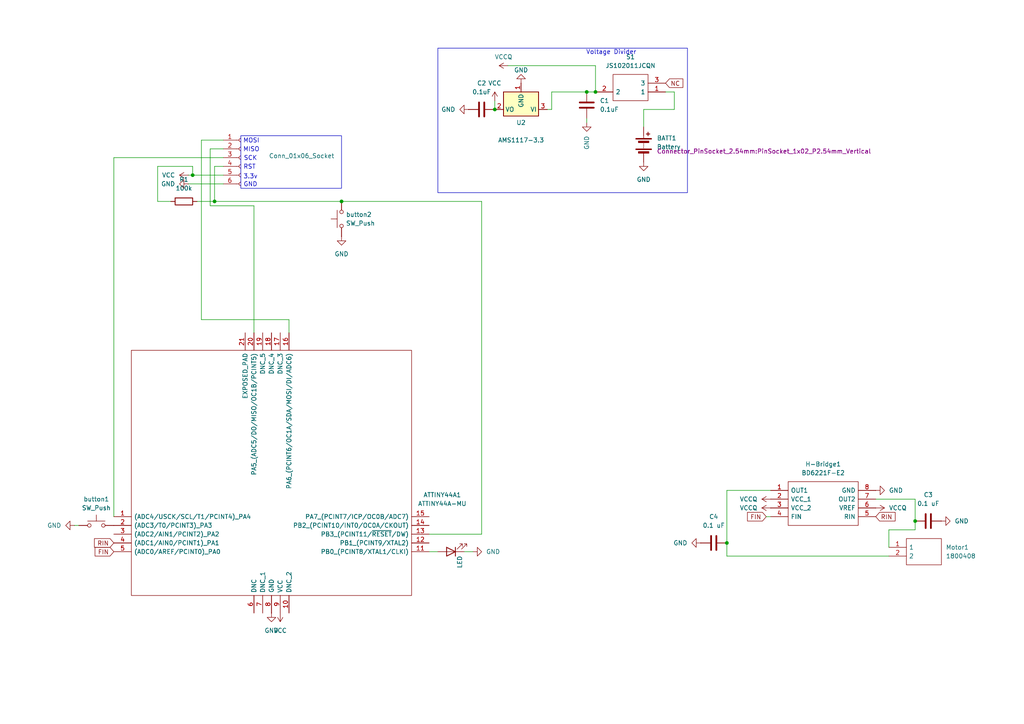
<source format=kicad_sch>
(kicad_sch (version 20231120) (generator "eeschema") (generator_version "8.0")
  (paper "A4")
  (lib_symbols
    (symbol "Connector:Conn_01x06_Socket" (pin_names (offset 1.016) hide)
      (property "Reference" "J" (at 0 7.62 0))
      (property "Value" "Conn_01x06_Socket" (at 0 -10.16 0))
      (symbol "Conn_01x06_Socket_1_1"
        (arc (start 0 -7.112) (mid -0.5058 -7.62) (end 0 -8.128) (stroke (width 0.1524)))
        (arc (start 0 -4.572) (mid -0.5058 -5.08) (end 0 -5.588) (stroke (width 0.1524)))
        (arc (start 0 -2.032) (mid -0.5058 -2.54) (end 0 -3.048) (stroke (width 0.1524)))
        (polyline (pts (xy -1.27 -7.62) (xy -0.508 -7.62)) (stroke (width 0.1524)))
        (polyline (pts (xy -1.27 -5.08) (xy -0.508 -5.08)) (stroke (width 0.1524)))
        (polyline (pts (xy -1.27 -2.54) (xy -0.508 -2.54)) (stroke (width 0.1524)))
        (polyline (pts (xy -1.27 0) (xy -0.508 0)) (stroke (width 0.1524)))
        (polyline (pts (xy -1.27 2.54) (xy -0.508 2.54)) (stroke (width 0.1524)))
        (polyline (pts (xy -1.27 5.08) (xy -0.508 5.08)) (stroke (width 0.1524)))
        (arc (start 0 0.508) (mid -0.5058 0) (end 0 -0.508) (stroke (width 0.1524)))
        (arc (start 0 3.048) (mid -0.5058 2.54) (end 0 2.032) (stroke (width 0.1524)))
        (arc (start 0 5.588) (mid -0.5058 5.08) (end 0 4.572) (stroke (width 0.1524)))
        (pin passive line (at -5.08 5.08 0) (length 3.81) (name "Pin_1") (number "1"))
        (pin passive line (at -5.08 2.54 0) (length 3.81) (name "Pin_2") (number "2"))
        (pin passive line (at -5.08 0 0) (length 3.81) (name "Pin_3") (number "3"))
        (pin passive line (at -5.08 -2.54 0) (length 3.81) (name "Pin_4") (number "4"))
        (pin passive line (at -5.08 -5.08 0) (length 3.81) (name "Pin_5") (number "5"))
        (pin passive line (at -5.08 -7.62 0) (length 3.81) (name "Pin_6") (number "6"))
      )
    )
    (symbol "CustomParts:1800408" (pin_names (offset 0.762))
      (property "Reference" "J" (at 16.51 7.62 0))
      (property "Value" "1800408" (at 16.51 5.08 0))
      (symbol "1800408_0_0"
        (pin passive line (at 0 0 0) (length 5.08) (name "1") (number "1"))
        (pin passive line (at 0 -2.54 0) (length 5.08) (name "2") (number "2"))
      )
      (symbol "1800408_0_1"
        (polyline (pts (xy 5.08 2.54) (xy 15.24 2.54) (xy 15.24 -5.08) (xy 5.08 -5.08) (xy 5.08 2.54)) (stroke (width 0.1524)))
      )
    )
    (symbol "CustomParts:ATTINY44A-MU" (pin_names (offset 0.762))
      (property "Reference" "IC" (at 87.63 53.34 0))
      (property "Value" "ATTINY44A-MU" (at 87.63 50.8 0))
      (symbol "ATTINY44A-MU_0_0"
        (pin input line (at 0 0 0) (length 5.08) (name "(ADC4/USCK/SCL/T1/PCINT4)_PA4") (number "1"))
        (pin passive line (at 50.8 -27.94 90) (length 5.08) (name "DNC_2") (number "10"))
        (pin input line (at 91.44 -10.16 180) (length 5.08) (name "PB0_(PCINT8/XTAL1/CLKI)") (number "11"))
        (pin input line (at 91.44 -7.62 180) (length 5.08) (name "PB1_(PCINT9/XTAL2)") (number "12"))
        (pin input line (at 91.44 -5.08 180) (length 5.08) (name "PB3_(PCINT11/~{RESET}/DW)") (number "13"))
        (pin output line (at 91.44 -2.54 180) (length 5.08) (name "PB2_(PCINT10/INT0/OC0A/CKOUT)") (number "14"))
        (pin input line (at 91.44 0 180) (length 5.08) (name "PA7_(PCINT7/ICP/OC0B/ADC7)") (number "15"))
        (pin input line (at 50.8 53.34 270) (length 5.08) (name "PA6_(PCINT6/OC1A/SDA/MOSI/DI/ADC6)") (number "16"))
        (pin passive line (at 48.26 53.34 270) (length 5.08) (name "DNC_3") (number "17"))
        (pin passive line (at 45.72 53.34 270) (length 5.08) (name "DNC_4") (number "18"))
        (pin passive line (at 43.18 53.34 270) (length 5.08) (name "DNC_5") (number "19"))
        (pin input line (at 0 -2.54 0) (length 5.08) (name "(ADC3/T0/PCINT3)_PA3") (number "2"))
        (pin input line (at 40.64 53.34 270) (length 5.08) (name "PA5_(ADC5/DO/MISO/OC1B/PCINT5)") (number "20"))
        (pin passive line (at 38.1 53.34 270) (length 5.08) (name "EXPOSED_PAD") (number "21"))
        (pin input line (at 0 -5.08 0) (length 5.08) (name "(ADC2/AIN1/PCINT2)_PA2") (number "3"))
        (pin input line (at 0 -7.62 0) (length 5.08) (name "(ADC1/AIN0/PCINT1)_PA1") (number "4"))
        (pin input line (at 0 -10.16 0) (length 5.08) (name "(ADC0/AREF/PCINT0)_PA0") (number "5"))
        (pin passive line (at 40.64 -27.94 90) (length 5.08) (name "DNC") (number "6"))
        (pin passive line (at 43.18 -27.94 90) (length 5.08) (name "DNC_1") (number "7"))
        (pin power_in line (at 45.72 -27.94 90) (length 5.08) (name "GND") (number "8"))
        (pin power_in line (at 48.26 -27.94 90) (length 5.08) (name "VCC") (number "9"))
      )
      (symbol "ATTINY44A-MU_0_1"
        (polyline (pts (xy 5.08 48.26) (xy 86.36 48.26) (xy 86.36 -22.86) (xy 5.08 -22.86) (xy 5.08 48.26)) (stroke (width 0.1524)))
      )
    )
    (symbol "CustomParts:BD6221F-E2" (pin_names (offset 0.762))
      (property "Reference" "IC" (at 26.67 7.62 0))
      (property "Value" "BD6221F-E2" (at 26.67 5.08 0))
      (symbol "BD6221F-E2_0_0"
        (pin passive line (at 0 0 0) (length 5.08) (name "OUT1") (number "1"))
        (pin passive line (at 0 -2.54 0) (length 5.08) (name "VCC_1") (number "2"))
        (pin passive line (at 0 -5.08 0) (length 5.08) (name "VCC_2") (number "3"))
        (pin passive line (at 0 -7.62 0) (length 5.08) (name "FIN") (number "4"))
        (pin passive line (at 30.48 -7.62 180) (length 5.08) (name "RIN") (number "5"))
        (pin passive line (at 30.48 -5.08 180) (length 5.08) (name "VREF") (number "6"))
        (pin passive line (at 30.48 -2.54 180) (length 5.08) (name "OUT2") (number "7"))
        (pin passive line (at 30.48 0 180) (length 5.08) (name "GND") (number "8"))
      )
      (symbol "BD6221F-E2_0_1"
        (polyline (pts (xy 5.08 2.54) (xy 25.4 2.54) (xy 25.4 -10.16) (xy 5.08 -10.16) (xy 5.08 2.54)) (stroke (width 0.1524)))
      )
    )
    (symbol "CustomParts:JS102011JCQN" (pin_names (offset 0.762))
      (property "Reference" "S" (at 16.51 7.62 0))
      (property "Value" "JS102011JCQN" (at 16.51 5.08 0))
      (symbol "JS102011JCQN_0_0"
        (pin passive line (at 0 0 0) (length 5.08) (name "1") (number "1"))
        (pin passive line (at 20.32 0 180) (length 5.08) (name "2") (number "2"))
        (pin passive line (at 0 -2.54 0) (length 5.08) (name "3") (number "3"))
      )
      (symbol "JS102011JCQN_0_1"
        (polyline (pts (xy 5.08 2.54) (xy 15.24 2.54) (xy 15.24 -5.08) (xy 5.08 -5.08) (xy 5.08 2.54)) (stroke (width 0.1524)))
      )
    )
    (symbol "Device:Battery" (pin_numbers hide) (pin_names (offset 0) hide)
      (property "Reference" "BT" (at 2.54 2.54 0))
      (property "Value" "Battery" (at 2.54 0 0))
      (symbol "Battery_0_1"
        (rectangle (start -2.286 -1.27) (end 2.286 -1.524) (fill (type outline)))
        (rectangle (start -2.286 1.778) (end 2.286 1.524) (fill (type outline)))
        (rectangle (start -1.524 -2.032) (end 1.524 -2.54) (fill (type outline)))
        (rectangle (start -1.524 1.016) (end 1.524 0.508) (fill (type outline)))
        (polyline (pts (xy 0 -1.016) (xy 0 -0.762)))
        (polyline (pts (xy 0 -0.508) (xy 0 -0.254)))
        (polyline (pts (xy 0 0) (xy 0 0.254)))
        (polyline (pts (xy 0 1.778) (xy 0 2.54)))
        (polyline (pts (xy 0.762 3.048) (xy 1.778 3.048)) (stroke (width 0.254)))
        (polyline (pts (xy 1.27 3.556) (xy 1.27 2.54)) (stroke (width 0.254)))
      )
      (symbol "Battery_1_1"
        (pin passive line (at 0 5.08 270) (length 2.54) (name "+") (number "1"))
        (pin passive line (at 0 -5.08 90) (length 2.54) (name "-") (number "2"))
      )
    )
    (symbol "Device:C" (pin_numbers hide) (pin_names (offset 0.254))
      (property "Reference" "C" (at 0.635 2.54 0))
      (property "Value" "C" (at 0.635 -2.54 0))
      (symbol "C_0_1"
        (polyline (pts (xy -2.032 -0.762) (xy 2.032 -0.762)) (stroke (width 0.508)))
        (polyline (pts (xy -2.032 0.762) (xy 2.032 0.762)) (stroke (width 0.508)))
      )
      (symbol "C_1_1"
        (pin passive line (at 0 3.81 270) (length 2.794) (name "~") (number "1"))
        (pin passive line (at 0 -3.81 90) (length 2.794) (name "~") (number "2"))
      )
    )
    (symbol "Device:LED" (pin_numbers hide) (pin_names (offset 1.016) hide)
      (property "Reference" "D" (at 0 2.54 0))
      (property "Value" "LED" (at 0 -2.54 0))
      (symbol "LED_0_1"
        (polyline (pts (xy -1.27 -1.27) (xy -1.27 1.27)) (stroke (width 0.254)))
        (polyline (pts (xy -1.27 0) (xy 1.27 0)))
        (polyline (pts (xy 1.27 -1.27) (xy 1.27 1.27) (xy -1.27 0) (xy 1.27 -1.27)) (stroke (width 0.254)))
        (polyline (pts (xy -3.048 -0.762) (xy -4.572 -2.286) (xy -3.81 -2.286) (xy -4.572 -2.286) (xy -4.572 -1.524)))
        (polyline (pts (xy -1.778 -0.762) (xy -3.302 -2.286) (xy -2.54 -2.286) (xy -3.302 -2.286) (xy -3.302 -1.524)))
      )
      (symbol "LED_1_1"
        (pin passive line (at -3.81 0 0) (length 2.54) (name "K") (number "1"))
        (pin passive line (at 3.81 0 180) (length 2.54) (name "A") (number "2"))
      )
    )
    (symbol "Device:R" (pin_numbers hide) (pin_names (offset 0))
      (property "Reference" "R" (at 2.032 0 90))
      (property "Value" "R" (at 0 0 90))
      (symbol "R_0_1"
        (rectangle (start -1.016 -2.54) (end 1.016 2.54) (stroke (width 0.254)))
      )
      (symbol "R_1_1"
        (pin passive line (at 0 3.81 270) (length 1.27) (name "~") (number "1"))
        (pin passive line (at 0 -3.81 90) (length 1.27) (name "~") (number "2"))
      )
    )
    (symbol "Regulator_Linear:AMS1117-3.3"
      (property "Reference" "U" (at -3.81 3.175 0))
      (property "Value" "AMS1117-3.3" (at 0 3.175 0))
      (symbol "AMS1117-3.3_0_1"
        (rectangle (start -5.08 -5.08) (end 5.08 1.905) (stroke (width 0.254)) (fill (type background)))
      )
      (symbol "AMS1117-3.3_1_1"
        (pin power_in line (at 0 -7.62 90) (length 2.54) (name "GND") (number "1"))
        (pin power_out line (at 7.62 0 180) (length 2.54) (name "VO") (number "2"))
        (pin power_in line (at -7.62 0 0) (length 2.54) (name "VI") (number "3"))
      )
    )
    (symbol "Switch:SW_Push" (pin_numbers hide) (pin_names (offset 1.016) hide)
      (property "Reference" "SW" (at 1.27 2.54 0))
      (property "Value" "SW_Push" (at 0 -1.524 0))
      (symbol "SW_Push_0_1"
        (circle (center -2.032 0) (radius 0.508))
        (polyline (pts (xy 0 1.27) (xy 0 3.048)))
        (polyline (pts (xy 2.54 1.27) (xy -2.54 1.27)))
        (circle (center 2.032 0) (radius 0.508))
        (pin passive line (at -5.08 0 0) (length 2.54) (name "1") (number "1"))
        (pin passive line (at 5.08 0 180) (length 2.54) (name "2") (number "2"))
      )
    )
    (symbol "power:GND" (power) (pin_numbers hide) (pin_names (offset 0) hide)
      (property "Value" "GND" (at 0 -3.81 0))
      (symbol "GND_0_1"
        (polyline (pts (xy 0 0) (xy 0 -1.27) (xy 1.27 -1.27) (xy 0 -2.54) (xy -1.27 -1.27) (xy 0 -1.27)))
      )
      (symbol "GND_1_1"
        (pin power_in line (at 0 0 270) (length 0) (name "~") (number "1"))
      )
    )
    (symbol "power:VCC" (power) (pin_numbers hide) (pin_names (offset 0) hide)
      (property "Value" "VCC" (at 0 3.556 0))
      (symbol "VCC_0_1"
        (polyline (pts (xy -0.762 1.27) (xy 0 2.54)))
        (polyline (pts (xy 0 0) (xy 0 2.54)))
        (polyline (pts (xy 0 2.54) (xy 0.762 1.27)))
      )
      (symbol "VCC_1_1"
        (pin power_in line (at 0 0 90) (length 0) (name "~") (number "1"))
      )
    )
    (symbol "power:VCCQ" (power) (pin_numbers hide) (pin_names (offset 0) hide)
      (property "Value" "VCCQ" (at 0 3.556 0))
      (symbol "VCCQ_0_1"
        (polyline (pts (xy -0.762 1.27) (xy 0 2.54)))
        (polyline (pts (xy 0 0) (xy 0 2.54)))
        (polyline (pts (xy 0 2.54) (xy 0.762 1.27)))
      )
      (symbol "VCCQ_1_1"
        (pin power_in line (at 0 0 90) (length 0) (name "~") (number "1"))
      )
    )
  )
  (junction (at 265.43 151.13))
  (junction (at 99.06 58.42))
  (junction (at 170.18 26.67))
  (junction (at 172.72 26.67))
  (junction (at 55.88 50.8))
  (junction (at 143.51 31.75))
  (junction (at 210.82 157.48))
  (junction (at 62.23 58.42))
  (wire (pts (xy 45.72 58.42) (xy 45.72 48.26)))
  (wire (pts (xy 139.7 58.42) (xy 99.06 58.42)))
  (wire (pts (xy 33.02 45.72) (xy 33.02 149.86)))
  (wire (pts (xy 195.58 26.67) (xy 193.04 26.67)))
  (wire (pts (xy 73.66 59.69) (xy 73.66 96.52)))
  (wire (pts (xy 62.23 48.26) (xy 64.77 48.26)))
  (wire (pts (xy 254 144.78) (xy 265.43 144.78)))
  (wire (pts (xy 73.66 59.69) (xy 60.96 59.69)))
  (wire (pts (xy 257.81 153.67) (xy 257.81 158.75)))
  (wire (pts (xy 134.62 160.02) (xy 137.16 160.02)))
  (wire (pts (xy 57.15 58.42) (xy 62.23 58.42)))
  (wire (pts (xy 210.82 142.24) (xy 210.82 157.48)))
  (wire (pts (xy 139.7 154.94) (xy 139.7 58.42)))
  (wire (pts (xy 265.43 153.67) (xy 265.43 151.13)))
  (wire (pts (xy 147.32 19.05) (xy 172.72 19.05)))
  (wire (pts (xy 210.82 161.29) (xy 257.81 161.29)))
  (wire (pts (xy 54.61 50.8) (xy 55.88 50.8)))
  (wire (pts (xy 99.06 58.42) (xy 62.23 58.42)))
  (wire (pts (xy 54.61 53.34) (xy 64.77 53.34)))
  (wire (pts (xy 139.7 154.94) (xy 124.46 154.94)))
  (wire (pts (xy 172.72 19.05) (xy 172.72 26.67)))
  (wire (pts (xy 45.72 48.26) (xy 55.88 48.26)))
  (wire (pts (xy 64.77 40.64) (xy 58.42 40.64)))
  (wire (pts (xy 58.42 40.64) (xy 58.42 92.71)))
  (wire (pts (xy 186.69 31.75) (xy 195.58 31.75)))
  (wire (pts (xy 158.75 31.75) (xy 160.02 31.75)))
  (wire (pts (xy 223.52 142.24) (xy 210.82 142.24)))
  (wire (pts (xy 55.88 50.8) (xy 64.77 50.8)))
  (wire (pts (xy 222.25 149.86) (xy 223.52 149.86)))
  (wire (pts (xy 55.88 48.26) (xy 55.88 50.8)))
  (wire (pts (xy 170.18 26.67) (xy 160.02 26.67)))
  (wire (pts (xy 33.02 45.72) (xy 64.77 45.72)))
  (wire (pts (xy 195.58 31.75) (xy 195.58 26.67)))
  (wire (pts (xy 58.42 92.71) (xy 83.82 92.71)))
  (wire (pts (xy 60.96 59.69) (xy 60.96 43.18)))
  (wire (pts (xy 60.96 43.18) (xy 64.77 43.18)))
  (wire (pts (xy 49.53 58.42) (xy 45.72 58.42)))
  (wire (pts (xy 172.72 26.67) (xy 170.18 26.67)))
  (wire (pts (xy 21.59 152.4) (xy 22.86 152.4)))
  (wire (pts (xy 124.46 160.02) (xy 127 160.02)))
  (wire (pts (xy 62.23 58.42) (xy 62.23 48.26)))
  (wire (pts (xy 265.43 144.78) (xy 265.43 151.13)))
  (wire (pts (xy 143.51 29.21) (xy 143.51 31.75)))
  (wire (pts (xy 257.81 153.67) (xy 265.43 153.67)))
  (wire (pts (xy 83.82 92.71) (xy 83.82 96.52)))
  (wire (pts (xy 160.02 26.67) (xy 160.02 31.75)))
  (wire (pts (xy 170.18 34.29) (xy 170.18 35.56)))
  (wire (pts (xy 186.69 36.83) (xy 186.69 31.75)))
  (wire (pts (xy 210.82 157.48) (xy 210.82 161.29)))
  (rectangle (start 69.85 39.37) (end 99.06 54.61))
  (rectangle (start 127 13.97) (end 199.39 55.88))
  (text "MOSI\n" (at 72.898 40.894 0) (effects (font (size 1.27 1.27))))
  (text "RST" (at 72.39 48.514 0) (effects (font (size 1.27 1.27))))
  (text "3.3v\n" (at 72.644 51.308 0) (effects (font (size 1.27 1.27))))
  (text "Voltage Divider" (at 177.292 15.24 0) (effects (font (size 1.27 1.27))))
  (text "GND\n" (at 72.644 53.594 0) (effects (font (size 1.27 1.27))))
  (text "MISO" (at 72.898 43.434 0) (effects (font (size 1.27 1.27))))
  (text "SCK" (at 72.644 45.974 0) (effects (font (size 1.27 1.27))))
  (global_label "RIN" (shape input) (at 33.02 157.48 180) (property "Intersheetrefs" "${INTERSHEET_REFS}" (effects (hide yes))))
  (global_label "FIN" (shape input) (at 33.02 160.02 180) (property "Intersheetrefs" "${INTERSHEET_REFS}" (effects (hide yes))))
  (global_label "NC" (shape input) (at 193.04 24.13 0) (property "Intersheetrefs" "${INTERSHEET_REFS}" (effects (hide yes))))
  (global_label "RIN" (shape input) (at 254 149.86 0) (property "Intersheetrefs" "${INTERSHEET_REFS}" (effects (hide yes))))
  (global_label "FIN" (shape input) (at 222.25 149.86 180) (property "Intersheetrefs" "${INTERSHEET_REFS}" (effects (hide yes))))
  (symbol (lib_id "Device:C") (at 170.18 30.48 0) (unit 1)
    (property "Reference" "C1" (at 173.99 29.2099 0) (effects (justify left)))
    (property "Value" "0.1uF" (at 173.99 31.7499 0) (effects (justify left)))
    (property "Footprint" "Capacitor_SMD:C_0805_2012Metric" (effects (hide yes)))
    (property "Description" "Unpolarized capacitor" (effects (hide yes)))
  )
  (symbol (lib_id "Switch:SW_Push") (at 27.94 152.4 0) (unit 1) (in_bom no)
    (property "Reference" "button1" (at 27.94 144.78 0))
    (property "Value" "SW_Push" (at 27.94 147.32 0))
    (property "Footprint" "Connector_PinSocket_2.54mm:PinSocket_1x02_P2.54mm_Vertical" (effects (hide yes)))
    (property "Description" "Push button switch, generic, two pins" (effects (hide yes)))
  )
  (symbol (lib_id "Device:R") (at 53.34 58.42 90) (unit 1)
    (property "Reference" "R1" (at 53.34 52.07 90))
    (property "Value" "100k" (at 53.34 54.61 90))
    (property "Footprint" "Capacitor_SMD:C_0402_1005Metric" (effects (hide yes)))
    (property "Description" "Resistor" (effects (hide yes)))
  )
  (symbol (lib_id "power:GND") (at 99.06 68.58 0) (unit 1)
    (property "Reference" "#PWR019" (effects (hide yes)))
    (property "Value" "GND" (at 99.06 73.66 0))
    (property "Description" "Power symbol creates a global label with name \"GND\" , ground" (effects (hide yes)))
  )
  (symbol (lib_id "power:GND") (at 151.13 24.13 180) (unit 1)
    (property "Reference" "#PWR015" (effects (hide yes)))
    (property "Value" "GND" (at 151.13 20.32 0))
    (property "Description" "Power symbol creates a global label with name \"GND\" , ground" (effects (hide yes)))
  )
  (symbol (lib_id "power:GND") (at 78.74 177.8 0) (unit 1)
    (property "Reference" "#PWR04" (effects (hide yes)))
    (property "Value" "GND" (at 78.74 182.88 0))
    (property "Description" "Power symbol creates a global label with name \"GND\" , ground" (effects (hide yes)))
  )
  (symbol (lib_id "Device:LED") (at 130.81 160.02 180) (unit 1)
    (property "Reference" "LED1" (effects (hide yes)))
    (property "Value" "LED" (at 133.35 164.846 90) (effects (justify right)))
    (property "Footprint" "CustomParts:Green led" (effects (hide yes)))
    (property "Description" "Light emitting diode" (effects (hide yes)))
  )
  (symbol (lib_id "Switch:SW_Push") (at 99.06 63.5 90) (unit 1) (in_bom no)
    (property "Reference" "button2" (at 100.33 62.2299 90) (effects (justify right)))
    (property "Value" "SW_Push" (at 100.33 64.7699 90) (effects (justify right)))
    (property "Footprint" "Button_Switch_THT:SW_PUSH_6mm" (effects (hide yes)))
    (property "Description" "Push button switch, generic, two pins" (effects (hide yes)))
  )
  (symbol (lib_id "CustomParts:JS102011JCQN") (at 193.04 26.67 180) (unit 1)
    (property "Reference" "S1" (at 182.88 16.51 0))
    (property "Value" "JS102011JCQN" (at 182.88 19.05 0))
    (property "Footprint" "JS102011JCQN" (effects (hide yes)))
    (property "Datasheet" "https://www.ckswitches.com/media/1422/js.pdf" (effects (hide yes)))
    (property "Description" "Slide Switches .3A 6VDC SPDT VERT MNT SMT J BEND" (effects (hide yes)))
    (property "Height" "3" (effects (hide yes)))
    (property "Mouser Part Number" "611-JS102011JCQN" (effects (hide yes)))
    (property "Mouser Price/Stock" "https://www.mouser.co.uk/ProductDetail/CK/JS102011JCQN?qs=74EMXstkWMWQs9mNwlyl0g%3D%3D" (effects (hide yes)))
    (property "Manufacturer_Name" "C & K COMPONENTS" (effects (hide yes)))
    (property "Manufacturer_Part_Number" "JS102011JCQN" (effects (hide yes)))
  )
  (symbol (lib_id "power:GND") (at 254 142.24 90) (unit 1)
    (property "Reference" "#PWR09" (effects (hide yes)))
    (property "Value" "GND" (at 257.81 142.2399 90) (effects (justify right)))
    (property "Description" "Power symbol creates a global label with name \"GND\" , ground" (effects (hide yes)))
  )
  (symbol (lib_id "power:VCC") (at 143.51 29.21 0) (unit 1)
    (property "Reference" "#PWR02" (effects (hide yes)))
    (property "Value" "VCC" (at 143.51 24.13 0))
    (property "Description" "Power symbol creates a global label with name \"VCC\"" (effects (hide yes)))
  )
  (symbol (lib_id "power:GND") (at 203.2 157.48 270) (unit 1)
    (property "Reference" "#PWR017" (effects (hide yes)))
    (property "Value" "GND" (at 199.39 157.4799 90) (effects (justify right)))
    (property "Description" "Power symbol creates a global label with name \"GND\" , ground" (effects (hide yes)))
  )
  (symbol (lib_id "CustomParts:ATTINY44A-MU") (at 33.02 149.86 0) (unit 1)
    (property "Reference" "ATTINY44A1" (at 128.27 143.5414 0))
    (property "Value" "ATTINY44A-MU" (at 128.27 146.0814 0))
    (property "Footprint" "CustomParts:ATTiny44a-MU" (effects (hide yes)))
    (property "Datasheet" "http://www.atmel.com/Images/doc8183.pdf" (effects (hide yes)))
    (property "Description" "ATTINY44A-MU, 8 bit AVR Microcontroller 20MHz 256 B, 4 kB Flash, 256 B RAM, I2C 20-Pin MLF" (effects (hide yes)))
    (property "Height" "0.8" (effects (hide yes)))
    (property "Manufacturer_Name" "Microchip" (effects (hide yes)))
    (property "Manufacturer_Part_Number" "ATTINY44A-MU" (effects (hide yes)))
    (property "Mouser Part Number" "556-ATTINY44A-MU" (effects (hide yes)))
    (property "Mouser Price/Stock" "https://www.mouser.co.uk/ProductDetail/Microchip-Technology/ATTINY44A-MU?qs=MCbhYIqTEtmCcSA5CYxDlQ%3D%3D" (effects (hide yes)))
    (property "Arrow Part Number" "ATTINY44A-MU" (effects (hide yes)))
    (property "Arrow Price/Stock" "https://www.arrow.com/en/products/attiny44a-mu/microchip-technology?region=europe" (effects (hide yes)))
  )
  (symbol (lib_id "power:GND") (at 21.59 152.4 270) (unit 1)
    (property "Reference" "#PWR014" (effects (hide yes)))
    (property "Value" "GND" (at 17.78 152.3999 90) (effects (justify right)))
    (property "Description" "Power symbol creates a global label with name \"GND\" , ground" (effects (hide yes)))
  )
  (symbol (lib_id "Device:C") (at 207.01 157.48 90) (unit 1)
    (property "Reference" "C4" (at 207.01 149.86 90))
    (property "Value" "0.1 uF" (at 207.01 152.4 90))
    (property "Footprint" "Capacitor_SMD:C_0805_2012Metric" (effects (hide yes)))
    (property "Description" "Unpolarized capacitor" (effects (hide yes)))
  )
  (symbol (lib_id "power:VCCQ") (at 223.52 144.78 90) (unit 1)
    (property "Reference" "#PWR07" (effects (hide yes)))
    (property "Value" "VCCQ" (at 219.71 144.7799 90) (effects (justify left)))
    (property "Description" "Power symbol creates a global label with name \"VCCQ\"" (effects (hide yes)))
  )
  (symbol (lib_id "CustomParts:1800408") (at 257.81 158.75 0) (unit 1)
    (property "Reference" "Motor1" (at 274.32 158.7499 0) (effects (justify left)))
    (property "Value" "1800408" (at 274.32 161.2899 0) (effects (justify left)))
    (property "Footprint" "Connector_PinSocket_2.54mm:PinSocket_1x02_P2.54mm_Vertical" (effects (hide yes)))
  )
  (symbol (lib_id "power:GND") (at 137.16 160.02 90) (unit 1)
    (property "Reference" "#PWR013" (effects (hide yes)))
    (property "Value" "GND" (at 140.97 160.0199 90) (effects (justify right)))
    (property "Description" "Power symbol creates a global label with name \"GND\" , ground" (effects (hide yes)))
  )
  (symbol (lib_id "power:GND") (at 54.61 53.34 270) (unit 1)
    (property "Reference" "#PWR011" (effects (hide yes)))
    (property "Value" "GND" (at 50.8 53.3399 90) (effects (justify right)))
    (property "Description" "Power symbol creates a global label with name \"GND\" , ground" (effects (hide yes)))
  )
  (symbol (lib_id "power:VCC") (at 81.28 177.8 180) (unit 1)
    (property "Reference" "#PWR03" (effects (hide yes)))
    (property "Value" "VCC" (at 81.28 182.88 0))
    (property "Description" "Power symbol creates a global label with name \"VCC\"" (effects (hide yes)))
  )
  (symbol (lib_id "Device:Battery") (at 186.69 41.91 0) (unit 1)
    (property "Reference" "BATT1" (at 190.5 40.0684 0) (effects (justify left)))
    (property "Value" "Battery" (at 190.5 42.6084 0) (effects (justify left)))
    (property "Footprint" "Connector_PinSocket_2.54mm:PinSocket_1x02_P2.54mm_Vertical" (at 190.5 43.8784 0) (effects (justify left)))
    (property "Description" "Multiple-cell battery" (effects (hide yes)))
  )
  (symbol (lib_id "power:VCCQ") (at 254 147.32 270) (unit 1)
    (property "Reference" "#PWR012" (effects (hide yes)))
    (property "Value" "VCCQ" (at 257.81 147.3199 90) (effects (justify left)))
    (property "Description" "Power symbol creates a global label with name \"VCCQ\"" (effects (hide yes)))
  )
  (symbol (lib_id "CustomParts:BD6221F-E2") (at 223.52 142.24 0) (unit 1) (in_bom no)
    (property "Reference" "H-Bridge1" (at 238.76 134.62 0))
    (property "Value" "BD6221F-E2" (at 238.76 137.16 0))
    (property "Footprint" "CustomParts:SOIC127P620X171-8N" (effects (hide yes)))
    (property "Datasheet" "https://componentsearchengine.com/Datasheets/2/BD6221F-E2.pdf" (effects (hide yes)))
    (property "Description" "H-bridge Driver 18V 1A Brush Motor SOP8 ROHM BD6221F-E2, Full Bridge Motor Driver Half-Bridge,, 8-Pin SOP" (effects (hide yes)))
    (property "Height" "1.71" (effects (hide yes)))
    (property "Mouser Part Number" "755-BD6221F-E2" (effects (hide yes)))
    (property "Mouser Price/Stock" "https://www.mouser.co.uk/ProductDetail/ROHM-Semiconductor/BD6221F-E2?qs=WqWCsLCZBkrh3y98hhYaPQ%3D%3D" (effects (hide yes)))
    (property "Manufacturer_Name" "ROHM Semiconductor" (effects (hide yes)))
    (property "Manufacturer_Part_Number" "BD6221F-E2" (effects (hide yes)))
  )
  (symbol (lib_id "Regulator_Linear:AMS1117-3.3") (at 151.13 31.75 180) (unit 1)
    (property "Reference" "U2" (at 151.13 35.56 0))
    (property "Value" "AMS1117-3.3" (at 151.13 40.64 0))
    (property "Footprint" "Package_TO_SOT_SMD:SOT-223-3_TabPin2" (effects (hide yes)))
    (property "Datasheet" "http://www.advanced-monolithic.com/pdf/ds1117.pdf" (effects (hide yes)))
    (property "Description" "1A Low Dropout regulator, positive, 3.3V fixed output, SOT-223" (effects (hide yes)))
  )
  (symbol (lib_id "power:GND") (at 170.18 35.56 0) (mirror y) (unit 1)
    (property "Reference" "#PWR016" (effects (hide yes)))
    (property "Value" "GND" (at 170.1801 39.37 90) (effects (justify right)))
    (property "Description" "Power symbol creates a global label with name \"GND\" , ground" (effects (hide yes)))
  )
  (symbol (lib_id "power:VCCQ") (at 223.52 147.32 90) (unit 1)
    (property "Reference" "#PWR08" (effects (hide yes)))
    (property "Value" "VCCQ" (at 219.71 147.3199 90) (effects (justify left)))
    (property "Description" "Power symbol creates a global label with name \"VCCQ\"" (effects (hide yes)))
  )
  (symbol (lib_id "power:GND") (at 186.69 46.99 0) (unit 1)
    (property "Reference" "#PWR01" (effects (hide yes)))
    (property "Value" "GND" (at 186.69 52.07 0))
    (property "Description" "Power symbol creates a global label with name \"GND\" , ground" (effects (hide yes)))
  )
  (symbol (lib_id "power:VCC") (at 54.61 50.8 90) (unit 1)
    (property "Reference" "#PWR010" (effects (hide yes)))
    (property "Value" "VCC" (at 50.8 50.7999 90) (effects (justify left)))
    (property "Description" "Power symbol creates a global label with name \"VCC\"" (effects (hide yes)))
  )
  (symbol (lib_id "Device:C") (at 269.24 151.13 90) (unit 1)
    (property "Reference" "C3" (at 269.24 143.51 90))
    (property "Value" "0.1 uF" (at 269.24 146.05 90))
    (property "Footprint" "Capacitor_SMD:C_0805_2012Metric" (effects (hide yes)))
    (property "Description" "Unpolarized capacitor" (effects (hide yes)))
  )
  (symbol (lib_id "power:GND") (at 135.89 31.75 270) (mirror x) (unit 1)
    (property "Reference" "#PWR05" (effects (hide yes)))
    (property "Value" "GND" (at 132.08 31.7501 90) (effects (justify right)))
    (property "Description" "Power symbol creates a global label with name \"GND\" , ground" (effects (hide yes)))
  )
  (symbol (lib_id "Connector:Conn_01x06_Socket") (at 69.85 45.72 0) (unit 1) (in_bom no)
    (property "Reference" "Programming-Pins1" (effects (hide yes)))
    (property "Value" "Conn_01x06_Socket" (at 77.978 45.212 0) (effects (justify left)))
    (property "Footprint" "Connector_PinHeader_2.54mm:PinHeader_1x06_P2.54mm_Vertical" (effects (hide yes)))
    (property "Description" "Generic connector, single row, 01x06, script generated" (effects (hide yes)))
  )
  (symbol (lib_id "power:GND") (at 273.05 151.13 90) (unit 1)
    (property "Reference" "#PWR018" (effects (hide yes)))
    (property "Value" "GND" (at 276.86 151.1299 90) (effects (justify right)))
    (property "Description" "Power symbol creates a global label with name \"GND\" , ground" (effects (hide yes)))
  )
  (symbol (lib_id "Device:C") (at 139.7 31.75 90) (unit 1)
    (property "Reference" "C2" (at 139.7 24.13 90))
    (property "Value" "0.1uF" (at 139.7 26.67 90))
    (property "Footprint" "Capacitor_SMD:C_0805_2012Metric" (effects (hide yes)))
    (property "Description" "Unpolarized capacitor" (effects (hide yes)))
  )
  (symbol (lib_id "power:VCCQ") (at 147.32 19.05 90) (unit 1)
    (property "Reference" "#PWR06" (effects (hide yes)))
    (property "Value" "VCCQ" (at 146.05 16.51 90))
    (property "Description" "Power symbol creates a global label with name \"VCCQ\"" (effects (hide yes)))
  )
)
</source>
